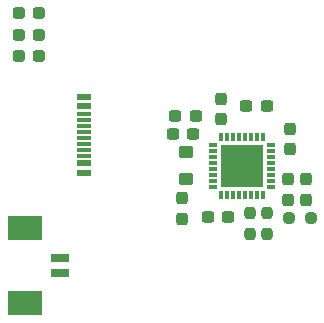
<source format=gtp>
G04 #@! TF.GenerationSoftware,KiCad,Pcbnew,8.0.5*
G04 #@! TF.CreationDate,2024-09-22T09:32:30+02:00*
G04 #@! TF.ProjectId,nPM1300-breakout,6e504d31-3330-4302-9d62-7265616b6f75,rev?*
G04 #@! TF.SameCoordinates,Original*
G04 #@! TF.FileFunction,Paste,Top*
G04 #@! TF.FilePolarity,Positive*
%FSLAX46Y46*%
G04 Gerber Fmt 4.6, Leading zero omitted, Abs format (unit mm)*
G04 Created by KiCad (PCBNEW 8.0.5) date 2024-09-22 09:32:30*
%MOMM*%
%LPD*%
G01*
G04 APERTURE LIST*
G04 Aperture macros list*
%AMRoundRect*
0 Rectangle with rounded corners*
0 $1 Rounding radius*
0 $2 $3 $4 $5 $6 $7 $8 $9 X,Y pos of 4 corners*
0 Add a 4 corners polygon primitive as box body*
4,1,4,$2,$3,$4,$5,$6,$7,$8,$9,$2,$3,0*
0 Add four circle primitives for the rounded corners*
1,1,$1+$1,$2,$3*
1,1,$1+$1,$4,$5*
1,1,$1+$1,$6,$7*
1,1,$1+$1,$8,$9*
0 Add four rect primitives between the rounded corners*
20,1,$1+$1,$2,$3,$4,$5,0*
20,1,$1+$1,$4,$5,$6,$7,0*
20,1,$1+$1,$6,$7,$8,$9,0*
20,1,$1+$1,$8,$9,$2,$3,0*%
G04 Aperture macros list end*
%ADD10RoundRect,0.237500X0.237500X-0.250000X0.237500X0.250000X-0.237500X0.250000X-0.237500X-0.250000X0*%
%ADD11RoundRect,0.237500X0.287500X0.237500X-0.287500X0.237500X-0.287500X-0.237500X0.287500X-0.237500X0*%
%ADD12RoundRect,0.237500X-0.237500X0.300000X-0.237500X-0.300000X0.237500X-0.300000X0.237500X0.300000X0*%
%ADD13RoundRect,0.250000X-0.350000X0.275000X-0.350000X-0.275000X0.350000X-0.275000X0.350000X0.275000X0*%
%ADD14RoundRect,0.237500X0.300000X0.237500X-0.300000X0.237500X-0.300000X-0.237500X0.300000X-0.237500X0*%
%ADD15R,0.800000X0.300000*%
%ADD16R,0.300000X0.800000*%
%ADD17R,3.600000X3.600000*%
%ADD18RoundRect,0.237500X0.237500X-0.300000X0.237500X0.300000X-0.237500X0.300000X-0.237500X-0.300000X0*%
%ADD19RoundRect,0.237500X-0.300000X-0.237500X0.300000X-0.237500X0.300000X0.237500X-0.300000X0.237500X0*%
%ADD20RoundRect,0.237500X-0.250000X-0.237500X0.250000X-0.237500X0.250000X0.237500X-0.250000X0.237500X0*%
%ADD21R,1.600000X0.800000*%
%ADD22R,3.000000X2.100000*%
%ADD23R,1.150000X0.600000*%
%ADD24R,1.150000X0.300000*%
G04 APERTURE END LIST*
D10*
X117470000Y-80275000D03*
X117470000Y-78450000D03*
D11*
X99667500Y-65180000D03*
X97917500Y-65180000D03*
D12*
X120710000Y-75607500D03*
X120710000Y-77332500D03*
D11*
X99670000Y-63350000D03*
X97920000Y-63350000D03*
D13*
X112120000Y-73310000D03*
X112120000Y-75610000D03*
D14*
X118915000Y-69420000D03*
X117190000Y-69420000D03*
D15*
X114380000Y-72720000D03*
X114380000Y-73220000D03*
X114380000Y-73720000D03*
X114380000Y-74220000D03*
X114380000Y-74720000D03*
X114380000Y-75220000D03*
X114380000Y-75720000D03*
X114380000Y-76220000D03*
D16*
X115080000Y-76920000D03*
X115580000Y-76920000D03*
X116080000Y-76920000D03*
X116580000Y-76920000D03*
X117080000Y-76920000D03*
X117580000Y-76920000D03*
X118080000Y-76920000D03*
X118580000Y-76920000D03*
D15*
X119280000Y-76220000D03*
X119280000Y-75720000D03*
X119280000Y-75220000D03*
X119280000Y-74720000D03*
X119280000Y-74220000D03*
X119280000Y-73720000D03*
X119280000Y-73220000D03*
X119280000Y-72720000D03*
D16*
X118580000Y-72020000D03*
X118080000Y-72020000D03*
X117580000Y-72020000D03*
X117080000Y-72020000D03*
X116580000Y-72020000D03*
X116080000Y-72020000D03*
X115580000Y-72020000D03*
X115080000Y-72020000D03*
D17*
X116830000Y-74470000D03*
D18*
X115060000Y-70515000D03*
X115060000Y-68790000D03*
D19*
X110957500Y-71740000D03*
X112682500Y-71740000D03*
D20*
X120810000Y-78900000D03*
X122635000Y-78900000D03*
D10*
X118980000Y-80275000D03*
X118980000Y-78450000D03*
D21*
X101390000Y-82270000D03*
X101390000Y-83520000D03*
D22*
X98490000Y-79720000D03*
X98490000Y-86070000D03*
D18*
X111780000Y-78952500D03*
X111780000Y-77227500D03*
D12*
X122230000Y-75610000D03*
X122230000Y-77335000D03*
D11*
X99670000Y-61560000D03*
X97920000Y-61560000D03*
D12*
X120910000Y-71327500D03*
X120910000Y-73052500D03*
D14*
X115642500Y-78770000D03*
X113917500Y-78770000D03*
D23*
X103455000Y-68640000D03*
X103455000Y-69440000D03*
D24*
X103455000Y-70590000D03*
X103455000Y-71590000D03*
X103455000Y-72090000D03*
X103455000Y-73090000D03*
D23*
X103455000Y-75040000D03*
X103455000Y-74240000D03*
D24*
X103455000Y-73590000D03*
X103455000Y-72590000D03*
X103455000Y-71090000D03*
X103455000Y-70090000D03*
D14*
X112892500Y-70210000D03*
X111167500Y-70210000D03*
M02*

</source>
